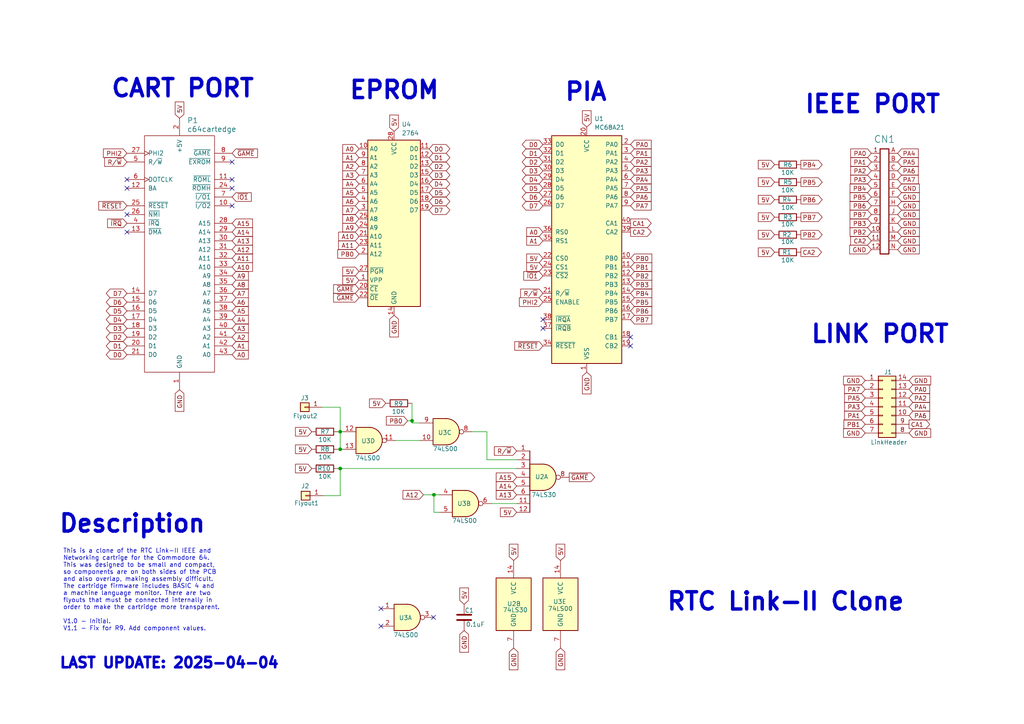
<source format=kicad_sch>
(kicad_sch (version 20250114) (generator "eeschema") (generator_version "9.0")
  (paper "A4")
  (title_block (title "RTC-Link II Clone") (date "2025-04-04") (rev "1.1") (company "Steve J. Gray"))
  (lib_symbols
    (symbol "74xx:74LS00" (pin_names (offset 1.016))
      (property "Reference" "U" (at 0 1.27 0))
      (property "Value" "74LS00" (at 0 -1.27 0))
      (symbol "74LS00_1_1"
        (arc (start 0 3.81) (mid 3.7934 0) (end 0 -3.81) (stroke (width 0.254)) (fill (type background)))
        (polyline (pts (xy 0 3.81) (xy -3.81 3.81) (xy -3.81 -3.81) (xy 0 -3.81)) (stroke (width 0.254)) (fill (type background)))
        (pin input line (at -7.62 2.54 0) (length 3.81) (name "~") (number "1"))
        (pin input line (at -7.62 -2.54 0) (length 3.81) (name "~") (number "2"))
        (pin output inverted (at 7.62 0 180) (length 3.81) (name "~") (number "3"))
      )
      (symbol "74LS00_1_2"
        (arc (start -3.81 3.81) (mid -2.589 0) (end -3.81 -3.81) (stroke (width 0.254)))
        (polyline (pts (xy -3.81 3.81) (xy -0.635 3.81)) (stroke (width 0.254)) (fill (type background)))
        (polyline (pts (xy -3.81 -3.81) (xy -0.635 -3.81)) (stroke (width 0.254)) (fill (type background)))
        (arc (start 3.81 0) (mid 2.1855 -2.584) (end -0.6096 -3.81) (stroke (width 0.254)) (fill (type background)))
        (arc (start -0.6096 3.81) (mid 2.1928 2.5924) (end 3.81 0) (stroke (width 0.254)) (fill (type background)))
        (polyline (pts (xy -0.635 3.81) (xy -3.81 3.81) (xy -3.81 3.81) (xy -3.556 3.4036) (xy -3.0226 2.2606) (xy -2.6924 1.0414) (xy -2.6162 -0.254) (xy -2.7686 -1.4986) (xy -3.175 -2.7178) (xy -3.81 -3.81) (xy -3.81 -3.81) (xy -0.635 -3.81)) (stroke (width -25.4)) (fill (type background)))
        (pin input inverted (at -7.62 2.54 0) (length 4.318) (name "~") (number "1"))
        (pin input inverted (at -7.62 -2.54 0) (length 4.318) (name "~") (number "2"))
        (pin output line (at 7.62 0 180) (length 3.81) (name "~") (number "3"))
      )
      (symbol "74LS00_2_1"
        (arc (start 0 3.81) (mid 3.7934 0) (end 0 -3.81) (stroke (width 0.254)) (fill (type background)))
        (polyline (pts (xy 0 3.81) (xy -3.81 3.81) (xy -3.81 -3.81) (xy 0 -3.81)) (stroke (width 0.254)) (fill (type background)))
        (pin input line (at -7.62 2.54 0) (length 3.81) (name "~") (number "4"))
        (pin input line (at -7.62 -2.54 0) (length 3.81) (name "~") (number "5"))
        (pin output inverted (at 7.62 0 180) (length 3.81) (name "~") (number "6"))
      )
      (symbol "74LS00_2_2"
        (arc (start -3.81 3.81) (mid -2.589 0) (end -3.81 -3.81) (stroke (width 0.254)))
        (polyline (pts (xy -3.81 3.81) (xy -0.635 3.81)) (stroke (width 0.254)) (fill (type background)))
        (polyline (pts (xy -3.81 -3.81) (xy -0.635 -3.81)) (stroke (width 0.254)) (fill (type background)))
        (arc (start 3.81 0) (mid 2.1855 -2.584) (end -0.6096 -3.81) (stroke (width 0.254)) (fill (type background)))
        (arc (start -0.6096 3.81) (mid 2.1928 2.5924) (end 3.81 0) (stroke (width 0.254)) (fill (type background)))
        (polyline (pts (xy -0.635 3.81) (xy -3.81 3.81) (xy -3.81 3.81) (xy -3.556 3.4036) (xy -3.0226 2.2606) (xy -2.6924 1.0414) (xy -2.6162 -0.254) (xy -2.7686 -1.4986) (xy -3.175 -2.7178) (xy -3.81 -3.81) (xy -3.81 -3.81) (xy -0.635 -3.81)) (stroke (width -25.4)) (fill (type background)))
        (pin input inverted (at -7.62 2.54 0) (length 4.318) (name "~") (number "4"))
        (pin input inverted (at -7.62 -2.54 0) (length 4.318) (name "~") (number "5"))
        (pin output line (at 7.62 0 180) (length 3.81) (name "~") (number "6"))
      )
      (symbol "74LS00_3_1"
        (arc (start 0 3.81) (mid 3.7934 0) (end 0 -3.81) (stroke (width 0.254)) (fill (type background)))
        (polyline (pts (xy 0 3.81) (xy -3.81 3.81) (xy -3.81 -3.81) (xy 0 -3.81)) (stroke (width 0.254)) (fill (type background)))
        (pin input line (at -7.62 2.54 0) (length 3.81) (name "~") (number "9"))
        (pin input line (at -7.62 -2.54 0) (length 3.81) (name "~") (number "10"))
        (pin output inverted (at 7.62 0 180) (length 3.81) (name "~") (number "8"))
      )
      (symbol "74LS00_3_2"
        (arc (start -3.81 3.81) (mid -2.589 0) (end -3.81 -3.81) (stroke (width 0.254)))
        (polyline (pts (xy -3.81 3.81) (xy -0.635 3.81)) (stroke (width 0.254)) (fill (type background)))
        (polyline (pts (xy -3.81 -3.81) (xy -0.635 -3.81)) (stroke (width 0.254)) (fill (type background)))
        (arc (start 3.81 0) (mid 2.1855 -2.584) (end -0.6096 -3.81) (stroke (width 0.254)) (fill (type background)))
        (arc (start -0.6096 3.81) (mid 2.1928 2.5924) (end 3.81 0) (stroke (width 0.254)) (fill (type background)))
        (polyline (pts (xy -0.635 3.81) (xy -3.81 3.81) (xy -3.81 3.81) (xy -3.556 3.4036) (xy -3.0226 2.2606) (xy -2.6924 1.0414) (xy -2.6162 -0.254) (xy -2.7686 -1.4986) (xy -3.175 -2.7178) (xy -3.81 -3.81) (xy -3.81 -3.81) (xy -0.635 -3.81)) (stroke (width -25.4)) (fill (type background)))
        (pin input inverted (at -7.62 2.54 0) (length 4.318) (name "~") (number "9"))
        (pin input inverted (at -7.62 -2.54 0) (length 4.318) (name "~") (number "10"))
        (pin output line (at 7.62 0 180) (length 3.81) (name "~") (number "8"))
      )
      (symbol "74LS00_4_1"
        (arc (start 0 3.81) (mid 3.7934 0) (end 0 -3.81) (stroke (width 0.254)) (fill (type background)))
        (polyline (pts (xy 0 3.81) (xy -3.81 3.81) (xy -3.81 -3.81) (xy 0 -3.81)) (stroke (width 0.254)) (fill (type background)))
        (pin input line (at -7.62 2.54 0) (length 3.81) (name "~") (number "12"))
        (pin input line (at -7.62 -2.54 0) (length 3.81) (name "~") (number "13"))
        (pin output inverted (at 7.62 0 180) (length 3.81) (name "~") (number "11"))
      )
      (symbol "74LS00_4_2"
        (arc (start -3.81 3.81) (mid -2.589 0) (end -3.81 -3.81) (stroke (width 0.254)))
        (polyline (pts (xy -3.81 3.81) (xy -0.635 3.81)) (stroke (width 0.254)) (fill (type background)))
        (polyline (pts (xy -3.81 -3.81) (xy -0.635 -3.81)) (stroke (width 0.254)) (fill (type background)))
        (arc (start 3.81 0) (mid 2.1855 -2.584) (end -0.6096 -3.81) (stroke (width 0.254)) (fill (type background)))
        (arc (start -0.6096 3.81) (mid 2.1928 2.5924) (end 3.81 0) (stroke (width 0.254)) (fill (type background)))
        (polyline (pts (xy -0.635 3.81) (xy -3.81 3.81) (xy -3.81 3.81) (xy -3.556 3.4036) (xy -3.0226 2.2606) (xy -2.6924 1.0414) (xy -2.6162 -0.254) (xy -2.7686 -1.4986) (xy -3.175 -2.7178) (xy -3.81 -3.81) (xy -3.81 -3.81) (xy -0.635 -3.81)) (stroke (width -25.4)) (fill (type background)))
        (pin input inverted (at -7.62 2.54 0) (length 4.318) (name "~") (number "12"))
        (pin input inverted (at -7.62 -2.54 0) (length 4.318) (name "~") (number "13"))
        (pin output line (at 7.62 0 180) (length 3.81) (name "~") (number "11"))
      )
      (symbol "74LS00_5_0"
        (pin power_in line (at 0 12.7 270) (length 5.08) (name "VCC") (number "14"))
        (pin power_in line (at 0 -12.7 90) (length 5.08) (name "GND") (number "7"))
      )
      (symbol "74LS00_5_1"
        (rectangle (start -5.08 7.62) (end 5.08 -7.62) (stroke (width 0.254)) (fill (type background)))
      )
    )
    (symbol "74xx:74LS30" (pin_names (offset 1.016))
      (property "Reference" "U" (at 0 1.27 0))
      (property "Value" "74LS30" (at 0 -1.27 0))
      (symbol "74LS30_1_1"
        (polyline (pts (xy -3.81 7.62) (xy -3.81 -10.16)) (stroke (width 0.254)))
        (arc (start 0 3.81) (mid 3.7934 0) (end 0 -3.81) (stroke (width 0.254)) (fill (type background)))
        (polyline (pts (xy 0 3.81) (xy -3.81 3.81) (xy -3.81 -3.81) (xy 0 -3.81)) (stroke (width 0.254)) (fill (type background)))
        (pin input line (at -7.62 7.62 0) (length 3.81) (name "~") (number "1"))
        (pin input line (at -7.62 5.08 0) (length 3.81) (name "~") (number "2"))
        (pin input line (at -7.62 2.54 0) (length 3.81) (name "~") (number "3"))
        (pin input line (at -7.62 0 0) (length 3.81) (name "~") (number "4"))
        (pin input line (at -7.62 -2.54 0) (length 3.81) (name "~") (number "5"))
        (pin input line (at -7.62 -5.08 0) (length 3.81) (name "~") (number "6"))
        (pin input line (at -7.62 -7.62 0) (length 3.81) (name "~") (number "11"))
        (pin input line (at -7.62 -10.16 0) (length 3.81) (name "~") (number "12"))
        (pin output inverted (at 7.62 0 180) (length 3.81) (name "~") (number "8"))
      )
      (symbol "74LS30_1_2"
        (arc (start -3.81 3.81) (mid -2.589 0) (end -3.81 -3.81) (stroke (width 0.254)))
        (polyline (pts (xy -3.81 7.62) (xy -3.81 3.81)) (stroke (width 0.254)))
        (polyline (pts (xy -3.81 3.81) (xy -0.635 3.81)) (stroke (width 0.254)) (fill (type background)))
        (polyline (pts (xy -3.81 -3.81) (xy -3.81 -10.16)) (stroke (width 0.254)))
        (polyline (pts (xy -3.81 -3.81) (xy -0.635 -3.81)) (stroke (width 0.254)) (fill (type background)))
        (arc (start 3.81 0) (mid 2.1855 -2.584) (end -0.6096 -3.81) (stroke (width 0.254)) (fill (type background)))
        (arc (start -0.6096 3.81) (mid 2.1928 2.5924) (end 3.81 0) (stroke (width 0.254)) (fill (type background)))
        (polyline (pts (xy -0.635 3.81) (xy -3.81 3.81) (xy -3.81 3.81) (xy -3.556 3.4036) (xy -3.0226 2.2606) (xy -2.6924 1.0414) (xy -2.6162 -0.254) (xy -2.7686 -1.4986) (xy -3.175 -2.7178) (xy -3.81 -3.81) (xy -3.81 -3.81) (xy -0.635 -3.81)) (stroke (width -25.4)) (fill (type background)))
        (pin input inverted (at -7.62 7.62 0) (length 3.81) (name "~") (number "1"))
        (pin input inverted (at -7.62 5.08 0) (length 3.81) (name "~") (number "2"))
        (pin input inverted (at -7.62 2.54 0) (length 4.5466) (name "~") (number "3"))
        (pin input inverted (at -7.62 0 0) (length 5.08) (name "~") (number "4"))
        (pin input inverted (at -7.62 -2.54 0) (length 4.5466) (name "~") (number "5"))
        (pin input inverted (at -7.62 -5.08 0) (length 3.81) (name "~") (number "6"))
        (pin input inverted (at -7.62 -7.62 0) (length 3.81) (name "~") (number "11"))
        (pin input inverted (at -7.62 -10.16 0) (length 3.81) (name "~") (number "12"))
        (pin output line (at 7.62 0 180) (length 3.81) (name "~") (number "8"))
      )
      (symbol "74LS30_2_0"
        (pin power_in line (at 0 12.7 270) (length 5.08) (name "VCC") (number "14"))
        (pin power_in line (at 0 -12.7 90) (length 5.08) (name "GND") (number "7"))
      )
      (symbol "74LS30_2_1"
        (rectangle (start -5.08 7.62) (end 5.08 -7.62) (stroke (width 0.254)) (fill (type background)))
      )
    )
    (symbol "Connector_Generic:Conn_01x01" (pin_names (offset 1.016) (hide yes))
      (property "Reference" "J" (at 0 2.54 0))
      (property "Value" "Conn_01x01" (at 0 -2.54 0))
      (symbol "Conn_01x01_1_1"
        (rectangle (start -1.27 1.27) (end 1.27 -1.27) (stroke (width 0.254)) (fill (type background)))
        (rectangle (start -1.27 0.127) (end 0 -0.127) (stroke (width 0.1524)))
        (pin passive line (at -5.08 0 0) (length 3.81) (name "Pin_1") (number "1"))
      )
    )
    (symbol "Connector_Generic:Conn_02x07_Counter_Clockwise" (pin_names (offset 1.016) (hide yes))
      (property "Reference" "J" (at 1.27 10.16 0))
      (property "Value" "Conn_02x07_Counter_Clockwise" (at 1.27 -10.16 0))
      (symbol "Conn_02x07_Counter_Clockwise_1_1"
        (rectangle (start -1.27 8.89) (end 3.81 -8.89) (stroke (width 0.254)) (fill (type background)))
        (rectangle (start -1.27 7.747) (end 0 7.493) (stroke (width 0.1524)))
        (rectangle (start -1.27 5.207) (end 0 4.953) (stroke (width 0.1524)))
        (rectangle (start -1.27 2.667) (end 0 2.413) (stroke (width 0.1524)))
        (rectangle (start -1.27 0.127) (end 0 -0.127) (stroke (width 0.1524)))
        (rectangle (start -1.27 -2.413) (end 0 -2.667) (stroke (width 0.1524)))
        (rectangle (start -1.27 -4.953) (end 0 -5.207) (stroke (width 0.1524)))
        (rectangle (start -1.27 -7.493) (end 0 -7.747) (stroke (width 0.1524)))
        (rectangle (start 3.81 7.747) (end 2.54 7.493) (stroke (width 0.1524)))
        (rectangle (start 3.81 5.207) (end 2.54 4.953) (stroke (width 0.1524)))
        (rectangle (start 3.81 2.667) (end 2.54 2.413) (stroke (width 0.1524)))
        (rectangle (start 3.81 0.127) (end 2.54 -0.127) (stroke (width 0.1524)))
        (rectangle (start 3.81 -2.413) (end 2.54 -2.667) (stroke (width 0.1524)))
        (rectangle (start 3.81 -4.953) (end 2.54 -5.207) (stroke (width 0.1524)))
        (rectangle (start 3.81 -7.493) (end 2.54 -7.747) (stroke (width 0.1524)))
        (pin passive line (at -5.08 7.62 0) (length 3.81) (name "Pin_1") (number "1"))
        (pin passive line (at -5.08 5.08 0) (length 3.81) (name "Pin_2") (number "2"))
        (pin passive line (at -5.08 2.54 0) (length 3.81) (name "Pin_3") (number "3"))
        (pin passive line (at -5.08 0 0) (length 3.81) (name "Pin_4") (number "4"))
        (pin passive line (at -5.08 -2.54 0) (length 3.81) (name "Pin_5") (number "5"))
        (pin passive line (at -5.08 -5.08 0) (length 3.81) (name "Pin_6") (number "6"))
        (pin passive line (at -5.08 -7.62 0) (length 3.81) (name "Pin_7") (number "7"))
        (pin passive line (at 7.62 7.62 180) (length 3.81) (name "Pin_14") (number "14"))
        (pin passive line (at 7.62 5.08 180) (length 3.81) (name "Pin_13") (number "13"))
        (pin passive line (at 7.62 2.54 180) (length 3.81) (name "Pin_12") (number "12"))
        (pin passive line (at 7.62 0 180) (length 3.81) (name "Pin_11") (number "11"))
        (pin passive line (at 7.62 -2.54 180) (length 3.81) (name "Pin_10") (number "10"))
        (pin passive line (at 7.62 -5.08 180) (length 3.81) (name "Pin_9") (number "9"))
        (pin passive line (at 7.62 -7.62 180) (length 3.81) (name "Pin_8") (number "8"))
      )
    )
    (symbol "Device:C" (pin_numbers (hide yes)) (pin_names (offset 0.254))
      (property "Reference" "C" (at 0.635 2.54 0))
      (property "Value" "C" (at 0.635 -2.54 0))
      (symbol "C_0_1"
        (polyline (pts (xy -2.032 0.762) (xy 2.032 0.762)) (stroke (width 0.508)))
        (polyline (pts (xy -2.032 -0.762) (xy 2.032 -0.762)) (stroke (width 0.508)))
      )
      (symbol "C_1_1"
        (pin passive line (at 0 3.81 270) (length 2.794) (name "~") (number "1"))
        (pin passive line (at 0 -3.81 90) (length 2.794) (name "~") (number "2"))
      )
    )
    (symbol "Device:R" (pin_numbers (hide yes)) (pin_names (offset 0))
      (property "Reference" "R" (at 2.032 0 90))
      (property "Value" "R" (at 0 0 90))
      (symbol "R_0_1"
        (rectangle (start -1.016 -2.54) (end 1.016 2.54) (stroke (width 0.254)))
      )
      (symbol "R_1_1"
        (pin passive line (at 0 3.81 270) (length 1.27) (name "~") (number "1"))
        (pin passive line (at 0 -3.81 90) (length 1.27) (name "~") (number "2"))
      )
    )
    (symbol "Interface:MC68A21" (pin_names (offset 1.016))
      (property "Reference" "U" (at -7.62 34.29 0))
      (property "Value" "MC68A21" (at 10.16 34.29 0))
      (symbol "MC68A21_0_1"
        (rectangle (start -10.16 -33.02) (end 10.16 33.02) (stroke (width 0.254)) (fill (type background)))
      )
      (symbol "MC68A21_1_1"
        (pin bidirectional line (at -12.7 30.48 0) (length 2.54) (name "D0") (number "33"))
        (pin bidirectional line (at -12.7 27.94 0) (length 2.54) (name "D1") (number "32"))
        (pin bidirectional line (at -12.7 25.4 0) (length 2.54) (name "D2") (number "31"))
        (pin bidirectional line (at -12.7 22.86 0) (length 2.54) (name "D3") (number "30"))
        (pin bidirectional line (at -12.7 20.32 0) (length 2.54) (name "D4") (number "29"))
        (pin bidirectional line (at -12.7 17.78 0) (length 2.54) (name "D5") (number "28"))
        (pin bidirectional line (at -12.7 15.24 0) (length 2.54) (name "D6") (number "27"))
        (pin bidirectional line (at -12.7 12.7 0) (length 2.54) (name "D7") (number "26"))
        (pin input line (at -12.7 5.08 0) (length 2.54) (name "RS0") (number "36"))
        (pin input line (at -12.7 2.54 0) (length 2.54) (name "RS1") (number "35"))
        (pin input line (at -12.7 -2.54 0) (length 2.54) (name "CS0") (number "22"))
        (pin input line (at -12.7 -5.08 0) (length 2.54) (name "CS1") (number "24"))
        (pin input line (at -12.7 -7.62 0) (length 2.54) (name "~{CS2}") (number "23"))
        (pin input line (at -12.7 -12.7 0) (length 2.54) (name "R/~{W}") (number "21"))
        (pin input line (at -12.7 -15.24 0) (length 2.54) (name "ENABLE") (number "25"))
        (pin open_collector line (at -12.7 -20.32 0) (length 2.54) (name "~{IRQA}") (number "38"))
        (pin open_collector line (at -12.7 -22.86 0) (length 2.54) (name "~{IRQB}") (number "37"))
        (pin input line (at -12.7 -27.94 0) (length 2.54) (name "~{RESET}") (number "34"))
        (pin power_in line (at 0 35.56 270) (length 2.54) (name "VCC") (number "20"))
        (pin power_in line (at 0 -35.56 90) (length 2.54) (name "VSS") (number "1"))
        (pin bidirectional line (at 12.7 30.48 180) (length 2.54) (name "PA0") (number "2"))
        (pin bidirectional line (at 12.7 27.94 180) (length 2.54) (name "PA1") (number "3"))
        (pin bidirectional line (at 12.7 25.4 180) (length 2.54) (name "PA2") (number "4"))
        (pin bidirectional line (at 12.7 22.86 180) (length 2.54) (name "PA3") (number "5"))
        (pin bidirectional line (at 12.7 20.32 180) (length 2.54) (name "PA4") (number "6"))
        (pin bidirectional line (at 12.7 17.78 180) (length 2.54) (name "PA5") (number "7"))
        (pin bidirectional line (at 12.7 15.24 180) (length 2.54) (name "PA6") (number "8"))
        (pin bidirectional line (at 12.7 12.7 180) (length 2.54) (name "PA7") (number "9"))
        (pin input line (at 12.7 7.62 180) (length 2.54) (name "CA1") (number "40"))
        (pin bidirectional line (at 12.7 5.08 180) (length 2.54) (name "CA2") (number "39"))
        (pin bidirectional line (at 12.7 -2.54 180) (length 2.54) (name "PB0") (number "10"))
        (pin bidirectional line (at 12.7 -5.08 180) (length 2.54) (name "PB1") (number "11"))
        (pin bidirectional line (at 12.7 -7.62 180) (length 2.54) (name "PB2") (number "12"))
        (pin bidirectional line (at 12.7 -10.16 180) (length 2.54) (name "PB3") (number "13"))
        (pin bidirectional line (at 12.7 -12.7 180) (length 2.54) (name "PB4") (number "14"))
        (pin bidirectional line (at 12.7 -15.24 180) (length 2.54) (name "PB5") (number "15"))
        (pin bidirectional line (at 12.7 -17.78 180) (length 2.54) (name "PB6") (number "16"))
        (pin bidirectional line (at 12.7 -20.32 180) (length 2.54) (name "PB7") (number "17"))
        (pin input line (at 12.7 -25.4 180) (length 2.54) (name "CB1") (number "18"))
        (pin bidirectional line (at 12.7 -27.94 180) (length 2.54) (name "CB2") (number "19"))
      )
    )
    (symbol "Memory_EPROM:2764"
      (property "Reference" "U" (at -7.62 24.13 0))
      (property "Value" "2764" (at 2.54 -26.67 0))
      (symbol "2764_1_1"
        (rectangle (start -7.62 22.86) (end 7.62 -25.4) (stroke (width 0.254)) (fill (type background)))
        (pin input line (at -10.16 20.32 0) (length 2.54) (name "A0") (number "10"))
        (pin input line (at -10.16 17.78 0) (length 2.54) (name "A1") (number "9"))
        (pin input line (at -10.16 15.24 0) (length 2.54) (name "A2") (number "8"))
        (pin input line (at -10.16 12.7 0) (length 2.54) (name "A3") (number "7"))
        (pin input line (at -10.16 10.16 0) (length 2.54) (name "A4") (number "6"))
        (pin input line (at -10.16 7.62 0) (length 2.54) (name "A5") (number "5"))
        (pin input line (at -10.16 5.08 0) (length 2.54) (name "A6") (number "4"))
        (pin input line (at -10.16 2.54 0) (length 2.54) (name "A7") (number "3"))
        (pin input line (at -10.16 0 0) (length 2.54) (name "A8") (number "25"))
        (pin input line (at -10.16 -2.54 0) (length 2.54) (name "A9") (number "24"))
        (pin input line (at -10.16 -5.08 0) (length 2.54) (name "A10") (number "21"))
        (pin input line (at -10.16 -7.62 0) (length 2.54) (name "A11") (number "23"))
        (pin input line (at -10.16 -10.16 0) (length 2.54) (name "A12") (number "2"))
        (pin input line (at -10.16 -15.24 0) (length 2.54) (name "~{PGM}") (number "27"))
        (pin input line (at -10.16 -17.78 0) (length 2.54) (name "VPP") (number "1"))
        (pin input line (at -10.16 -20.32 0) (length 2.54) (name "~{CE}") (number "20"))
        (pin input line (at -10.16 -22.86 0) (length 2.54) (name "~{OE}") (number "22"))
        (pin power_in line (at 0 25.4 270) (length 2.54) (name "VCC") (number "28"))
        (pin power_in line (at 0 -27.94 90) (length 2.54) (name "GND") (number "14"))
        (pin no_connect line (at 7.62 0 180) (length 2.54) (hide yes) (name "NC") (number "26"))
        (pin tri_state line (at 10.16 20.32 180) (length 2.54) (name "D0") (number "11"))
        (pin tri_state line (at 10.16 17.78 180) (length 2.54) (name "D1") (number "12"))
        (pin tri_state line (at 10.16 15.24 180) (length 2.54) (name "D2") (number "13"))
        (pin tri_state line (at 10.16 12.7 180) (length 2.54) (name "D3") (number "15"))
        (pin tri_state line (at 10.16 10.16 180) (length 2.54) (name "D4") (number "16"))
        (pin tri_state line (at 10.16 7.62 180) (length 2.54) (name "D5") (number "17"))
        (pin tri_state line (at 10.16 5.08 180) (length 2.54) (name "D6") (number "18"))
        (pin tri_state line (at 10.16 2.54 180) (length 2.54) (name "D7") (number "19"))
      )
    )
    (symbol "c64cartedge:c64cartedge" (pin_names (offset 1.016))
      (property "Reference" "P" (at -7.62 34.29 0))
      (property "Value" "c64cartedge" (at 0 0 90))
      (symbol "c64cartedge_0_1"
        (rectangle (start -10.16 31.75) (end 10.16 -36.83))
      )
      (symbol "c64cartedge_1_1"
        (pin output clock (at -15.24 26.67 0) (length 5.08) (name "PHI2") (number "27"))
        (pin output line (at -15.24 24.13 0) (length 5.08) (name "R/~{W}") (number "5"))
        (pin output clock (at -15.24 19.05 0) (length 5.08) (name "DOTCLK") (number "6"))
        (pin output line (at -15.24 16.51 0) (length 5.08) (name "BA") (number "12"))
        (pin input line (at -15.24 11.43 0) (length 5.08) (name "~{RESET}") (number "25"))
        (pin input line (at -15.24 8.89 0) (length 5.08) (name "~{NMI}") (number "26"))
        (pin input line (at -15.24 6.35 0) (length 5.08) (name "~{IRQ}") (number "4"))
        (pin input line (at -15.24 3.81 0) (length 5.08) (name "~{DMA}") (number "13"))
        (pin output line (at -15.24 -13.97 0) (length 5.08) (name "D7") (number "14"))
        (pin output line (at -15.24 -16.51 0) (length 5.08) (name "D6") (number "15"))
        (pin output line (at -15.24 -19.05 0) (length 5.08) (name "D5") (number "16"))
        (pin output line (at -15.24 -21.59 0) (length 5.08) (name "D4") (number "17"))
        (pin output line (at -15.24 -24.13 0) (length 5.08) (name "D3") (number "18"))
        (pin output line (at -15.24 -26.67 0) (length 5.08) (name "D2") (number "19"))
        (pin output line (at -15.24 -29.21 0) (length 5.08) (name "D1") (number "20"))
        (pin output line (at -15.24 -31.75 0) (length 5.08) (name "D0") (number "21"))
        (pin power_in line (at 0 36.83 270) (length 5.08) (name "+5V") (number "2"))
        (pin power_in line (at 0 36.83 270) (length 5.08) (hide yes) (name "+5V") (number "3"))
        (pin power_in line (at 0 -41.91 90) (length 5.08) (name "GND") (number "1"))
        (pin power_in line (at 0 -41.91 90) (length 5.08) (hide yes) (name "GND") (number "22"))
        (pin power_in line (at 0 -41.91 90) (length 5.08) (hide yes) (name "GND") (number "23"))
        (pin power_in line (at 0 -41.91 90) (length 5.08) (hide yes) (name "GND") (number "44"))
        (pin input line (at 15.24 26.67 180) (length 5.08) (name "~{GAME}") (number "8"))
        (pin input line (at 15.24 24.13 180) (length 5.08) (name "~{EXROM}") (number "9"))
        (pin output line (at 15.24 19.05 180) (length 5.08) (name "~{ROML}") (number "11"))
        (pin output line (at 15.24 16.51 180) (length 5.08) (name "~{ROMH}") (number "24"))
        (pin output line (at 15.24 13.97 180) (length 5.08) (name "~{I/O1}") (number "7"))
        (pin output line (at 15.24 11.43 180) (length 5.08) (name "~{I/O2}") (number "10"))
        (pin output line (at 15.24 6.35 180) (length 5.08) (name "A15") (number "28"))
        (pin output line (at 15.24 3.81 180) (length 5.08) (name "A14") (number "29"))
        (pin output line (at 15.24 1.27 180) (length 5.08) (name "A13") (number "30"))
        (pin output line (at 15.24 -1.27 180) (length 5.08) (name "A12") (number "31"))
        (pin output line (at 15.24 -3.81 180) (length 5.08) (name "A11") (number "32"))
        (pin output line (at 15.24 -6.35 180) (length 5.08) (name "A10") (number "33"))
        (pin output line (at 15.24 -8.89 180) (length 5.08) (name "A9") (number "34"))
        (pin output line (at 15.24 -11.43 180) (length 5.08) (name "A8") (number "35"))
        (pin output line (at 15.24 -13.97 180) (length 5.08) (name "A7") (number "36"))
        (pin output line (at 15.24 -16.51 180) (length 5.08) (name "A6") (number "37"))
        (pin output line (at 15.24 -19.05 180) (length 5.08) (name "A5") (number "38"))
        (pin output line (at 15.24 -21.59 180) (length 5.08) (name "A4") (number "39"))
        (pin output line (at 15.24 -24.13 180) (length 5.08) (name "A3") (number "40"))
        (pin output line (at 15.24 -26.67 180) (length 5.08) (name "A2") (number "41"))
        (pin output line (at 15.24 -29.21 180) (length 5.08) (name "A1") (number "42"))
        (pin output line (at 15.24 -31.75 180) (length 5.08) (name "A0") (number "43"))
      )
    )
    (symbol "cbm:EDGE_CON_02x12" (pin_names (offset 1.016))
      (property "Reference" "CN" (at 0 17.78 0))
      (symbol "EDGE_CON_02x12_0_1"
        (rectangle (start -1.27 15.24) (end 1.27 -15.24) (stroke (width 0.3048)))
      )
      (symbol "EDGE_CON_02x12_1_1"
        (pin input line (at -3.81 13.97 0) (length 2.54) (name "~") (number "1"))
        (pin input line (at -3.81 11.43 0) (length 2.54) (name "~") (number "2"))
        (pin input line (at -3.81 8.89 0) (length 2.54) (name "~") (number "3"))
        (pin input line (at -3.81 6.35 0) (length 2.54) (name "~") (number "4"))
        (pin input line (at -3.81 3.81 0) (length 2.54) (name "~") (number "5"))
        (pin input line (at -3.81 1.27 0) (length 2.54) (name "~") (number "6"))
        (pin input line (at -3.81 -1.27 0) (length 2.54) (name "~") (number "7"))
        (pin input line (at -3.81 -3.81 0) (length 2.54) (name "~") (number "8"))
        (pin input line (at -3.81 -6.35 0) (length 2.54) (name "~") (number "9"))
        (pin input line (at -3.81 -8.89 0) (length 2.54) (name "~") (number "10"))
        (pin input line (at -3.81 -11.43 0) (length 2.54) (name "~") (number "11"))
        (pin input line (at -3.81 -13.97 0) (length 2.54) (name "~") (number "12"))
        (pin input line (at 3.81 13.97 180) (length 2.54) (name "~") (number "A"))
        (pin input line (at 3.81 11.43 180) (length 2.54) (name "~") (number "B"))
        (pin input line (at 3.81 8.89 180) (length 2.54) (name "~") (number "C"))
        (pin input line (at 3.81 6.35 180) (length 2.54) (name "~") (number "D"))
        (pin input line (at 3.81 3.81 180) (length 2.54) (name "~") (number "E"))
        (pin input line (at 3.81 1.27 180) (length 2.54) (name "~") (number "F"))
        (pin input line (at 3.81 -1.27 180) (length 2.54) (name "~") (number "H"))
        (pin input line (at 3.81 -3.81 180) (length 2.54) (name "~") (number "J"))
        (pin input line (at 3.81 -6.35 180) (length 2.54) (name "~") (number "K"))
        (pin input line (at 3.81 -8.89 180) (length 2.54) (name "~") (number "L"))
        (pin input line (at 3.81 -11.43 180) (length 2.54) (name "~") (number "M"))
        (pin input line (at 3.81 -13.97 180) (length 2.54) (name "~") (number "N"))
      )
    )
  )
  (text "IEEE PORT" (at 233.045 33.274 0) (effects (font (size 5 5) (thickness 1) (bold yes)) (justify left bottom)))
  (text "Description" (at 16.764 154.94 0) (effects (font (size 5 5) (thickness 1) (bold yes)) (justify left bottom)))
  (text "EPROM" (at 100.965 29.21 0) (effects (font (size 5 5) (thickness 1) (bold yes)) (justify left bottom)))
  (text "LAST UPDATE: 2025-04-04" (at 17.018 194.183 0) (effects (font (size 3 3) (thickness 0.8) (bold yes)) (justify left bottom)))
  (text "PIA" (at 163.449 29.718 0) (effects (font (size 5 5) (thickness 1) (bold yes)) (justify left bottom)))
  (text "This is a clone of the RTC Link-II IEEE and\nNetworking cartrige for the Commodore 64.\nThis was designed to be small and compact,\nso components are on both sides of the PCB\nand also overlap, making assembly difficult.\nThe cartridge firmware includes BASIC 4 and\na machine language monitor. There are two\nflyouts that must be connected internally in\norder to make the cartridge more transparent.\n\nV1.0 - Initial.\nV1.1 - Fix for R9. Add component values.\n" (at 18.288 183.134 0) (effects (font (size 1.27 1.27)) (justify left bottom)))
  (text "CART PORT" (at 31.877 28.702 0) (effects (font (size 5 5) (thickness 1) (bold yes)) (justify left bottom)))
  (text "RTC Link-II Clone" (at 193.04 177.546 0) (effects (font (size 5 5) (thickness 1) (bold yes)) (justify left bottom)))
  (text "LINK PORT" (at 234.823 99.949 0) (effects (font (size 5 5) (thickness 1) (bold yes)) (justify left bottom)))
  (junction (at 98.679 130.302))
  (junction (at 125.857 143.51))
  (junction (at 119.507 122.047))
  (junction (at 98.679 135.89))
  (junction (at 98.679 125.222))
  (no_connect (at 67.31 54.61))
  (no_connect (at 182.88 100.33))
  (no_connect (at 36.83 54.61))
  (no_connect (at 157.48 95.25))
  (no_connect (at 110.49 181.61))
  (no_connect (at 110.49 176.53))
  (no_connect (at 67.31 46.99))
  (no_connect (at 36.83 52.07))
  (no_connect (at 182.88 97.79))
  (no_connect (at 157.48 92.71))
  (no_connect (at 36.83 67.31))
  (no_connect (at 67.31 59.69))
  (no_connect (at 36.83 62.23))
  (no_connect (at 67.31 52.07))
  (no_connect (at 125.73 179.07))
  (wire (pts (xy 98.679 125.222) (xy 99.441 125.222)))
  (wire (pts (xy 122.809 143.51) (xy 125.857 143.51)))
  (wire (pts (xy 119.507 122.047) (xy 119.507 122.682)))
  (wire (pts (xy 98.044 125.222) (xy 98.679 125.222)))
  (wire (pts (xy 118.237 122.047) (xy 119.507 122.047)))
  (wire (pts (xy 142.621 146.05) (xy 149.86 146.05)))
  (wire (pts (xy 93.472 118.11) (xy 98.679 118.11)))
  (wire (pts (xy 125.857 148.59) (xy 125.857 143.51)))
  (wire (pts (xy 119.507 122.682) (xy 121.793 122.682)))
  (wire (pts (xy 141.224 133.35) (xy 141.224 125.222)))
  (wire (pts (xy 141.224 125.222) (xy 137.033 125.222)))
  (wire (pts (xy 98.679 135.89) (xy 149.86 135.89)))
  (wire (pts (xy 125.857 143.51) (xy 127.381 143.51)))
  (wire (pts (xy 119.507 116.967) (xy 119.507 122.047)))
  (wire (pts (xy 98.679 143.764) (xy 98.679 135.89)))
  (wire (pts (xy 127.381 148.59) (xy 125.857 148.59)))
  (wire (pts (xy 98.044 130.302) (xy 98.679 130.302)))
  (wire (pts (xy 93.726 143.764) (xy 98.679 143.764)))
  (wire (pts (xy 114.681 127.762) (xy 121.793 127.762)))
  (wire (pts (xy 98.044 135.89) (xy 98.679 135.89)))
  (wire (pts (xy 98.679 125.222) (xy 98.679 130.302)))
  (wire (pts (xy 98.679 118.11) (xy 98.679 125.222)))
  (wire (pts (xy 149.86 133.35) (xy 141.224 133.35)))
  (wire (pts (xy 98.679 130.302) (xy 99.441 130.302)))
  (global_label "PA0" (shape input) (at 182.88 41.91 0) (property "Intersheetrefs" "${INTERSHEET_REFS}" (effects (hide yes))))
  (global_label "PB7" (shape input) (at 182.88 92.71 0) (property "Intersheetrefs" "${INTERSHEET_REFS}" (effects (hide yes))))
  (global_label "PA0" (shape input) (at 252.73 44.45 180) (property "Intersheetrefs" "${INTERSHEET_REFS}" (effects (hide yes))))
  (global_label "A3" (shape input) (at 104.14 50.8 180) (property "Intersheetrefs" "${INTERSHEET_REFS}" (effects (hide yes))))
  (global_label "PA0" (shape input) (at 263.652 112.903 0) (property "Intersheetrefs" "${INTERSHEET_REFS}" (effects (hide yes))))
  (global_label "GND" (shape input) (at 148.971 187.96 270) (property "Intersheetrefs" "${INTERSHEET_REFS}" (effects (hide yes))))
  (global_label "D7" (shape bidirectional) (at 124.46 60.96 0) (property "Intersheetrefs" "${INTERSHEET_REFS}" (effects (hide yes))))
  (global_label "A15" (shape input) (at 149.86 138.43 180) (property "Intersheetrefs" "${INTERSHEET_REFS}" (effects (hide yes))))
  (global_label "GND" (shape input) (at 134.62 182.88 270) (property "Intersheetrefs" "${INTERSHEET_REFS}" (effects (hide yes))))
  (global_label "PA7" (shape input) (at 250.952 112.903 180) (property "Intersheetrefs" "${INTERSHEET_REFS}" (effects (hide yes))))
  (global_label "PHI2" (shape input) (at 36.83 44.45 180) (property "Intersheetrefs" "${INTERSHEET_REFS}" (effects (hide yes))))
  (global_label "PB7" (shape input) (at 252.73 62.23 180) (property "Intersheetrefs" "${INTERSHEET_REFS}" (effects (hide yes))))
  (global_label "PA5" (shape input) (at 182.88 54.61 0) (property "Intersheetrefs" "${INTERSHEET_REFS}" (effects (hide yes))))
  (global_label "A1" (shape input) (at 157.48 69.85 180) (property "Intersheetrefs" "${INTERSHEET_REFS}" (effects (hide yes))))
  (global_label "PA1" (shape input) (at 252.73 46.99 180) (property "Intersheetrefs" "${INTERSHEET_REFS}" (effects (hide yes))))
  (global_label "PA6" (shape input) (at 182.88 57.15 0) (property "Intersheetrefs" "${INTERSHEET_REFS}" (effects (hide yes))))
  (global_label "D6" (shape bidirectional) (at 124.46 58.42 0) (property "Intersheetrefs" "${INTERSHEET_REFS}" (effects (hide yes))))
  (global_label "GND" (shape input) (at 162.56 187.96 270) (property "Intersheetrefs" "${INTERSHEET_REFS}" (effects (hide yes))))
  (global_label "GND" (shape input) (at 260.35 59.69 0) (property "Intersheetrefs" "${INTERSHEET_REFS}" (effects (hide yes))))
  (global_label "D1" (shape bidirectional) (at 157.48 44.45 180) (property "Intersheetrefs" "${INTERSHEET_REFS}" (effects (hide yes))))
  (global_label "PB4" (shape input) (at 252.73 54.61 180) (property "Intersheetrefs" "${INTERSHEET_REFS}" (effects (hide yes))))
  (global_label "GND" (shape input) (at 250.952 110.363 180) (property "Intersheetrefs" "${INTERSHEET_REFS}" (effects (hide yes))))
  (global_label "PB4" (shape output) (at 232.283 47.752 0) (property "Intersheetrefs" "${INTERSHEET_REFS}" (effects (hide yes))))
  (global_label "D0" (shape bidirectional) (at 157.48 41.91 180) (property "Intersheetrefs" "${INTERSHEET_REFS}" (effects (hide yes))))
  (global_label "GND" (shape input) (at 250.952 125.603 180) (property "Intersheetrefs" "${INTERSHEET_REFS}" (effects (hide yes))))
  (global_label "PA2" (shape input) (at 263.652 115.443 0) (property "Intersheetrefs" "${INTERSHEET_REFS}" (effects (hide yes))))
  (global_label "PA4" (shape input) (at 263.652 117.983 0) (property "Intersheetrefs" "${INTERSHEET_REFS}" (effects (hide yes))))
  (global_label "~{GAME}" (shape output) (at 165.1 138.43 0) (property "Intersheetrefs" "${INTERSHEET_REFS}" (effects (hide yes))))
  (global_label "PB0" (shape input) (at 182.88 74.93 0) (property "Intersheetrefs" "${INTERSHEET_REFS}" (effects (hide yes))))
  (global_label "D4" (shape bidirectional) (at 124.46 53.34 0) (property "Intersheetrefs" "${INTERSHEET_REFS}" (effects (hide yes))))
  (global_label "A15" (shape input) (at 67.31 64.77 0) (property "Intersheetrefs" "${INTERSHEET_REFS}" (effects (hide yes))))
  (global_label "GND" (shape input) (at 263.652 125.603 0) (property "Intersheetrefs" "${INTERSHEET_REFS}" (effects (hide yes))))
  (global_label "5V" (shape input) (at 90.424 135.89 180) (property "Intersheetrefs" "${INTERSHEET_REFS}" (effects (hide yes))))
  (global_label "D0" (shape bidirectional) (at 124.46 43.18 0) (property "Intersheetrefs" "${INTERSHEET_REFS}" (effects (hide yes))))
  (global_label "PA3" (shape input) (at 250.952 117.983 180) (property "Intersheetrefs" "${INTERSHEET_REFS}" (effects (hide yes))))
  (global_label "D3" (shape bidirectional) (at 36.83 95.25 180) (property "Intersheetrefs" "${INTERSHEET_REFS}" (effects (hide yes))))
  (global_label "5V" (shape input) (at 148.971 162.56 90) (property "Intersheetrefs" "${INTERSHEET_REFS}" (effects (hide yes))))
  (global_label "A7" (shape input) (at 104.14 60.96 180) (property "Intersheetrefs" "${INTERSHEET_REFS}" (effects (hide yes))))
  (global_label "~{RESET}" (shape input) (at 36.83 59.69 180) (property "Intersheetrefs" "${INTERSHEET_REFS}" (effects (hide yes))))
  (global_label "D5" (shape bidirectional) (at 157.48 54.61 180) (property "Intersheetrefs" "${INTERSHEET_REFS}" (effects (hide yes))))
  (global_label "A2" (shape input) (at 67.31 97.79 0) (property "Intersheetrefs" "${INTERSHEET_REFS}" (effects (hide yes))))
  (global_label "5V" (shape input) (at 224.663 68.072 180) (property "Intersheetrefs" "${INTERSHEET_REFS}" (effects (hide yes))))
  (global_label "5V" (shape input) (at 52.07 34.29 90) (property "Intersheetrefs" "${INTERSHEET_REFS}" (effects (hide yes))))
  (global_label "A2" (shape input) (at 104.14 48.26 180) (property "Intersheetrefs" "${INTERSHEET_REFS}" (effects (hide yes))))
  (global_label "D5" (shape bidirectional) (at 36.83 90.17 180) (property "Intersheetrefs" "${INTERSHEET_REFS}" (effects (hide yes))))
  (global_label "~{RESET}" (shape input) (at 157.48 100.33 180) (property "Intersheetrefs" "${INTERSHEET_REFS}" (effects (hide yes))))
  (global_label "PA7" (shape input) (at 260.35 52.07 0) (property "Intersheetrefs" "${INTERSHEET_REFS}" (effects (hide yes))))
  (global_label "A4" (shape input) (at 104.14 53.34 180) (property "Intersheetrefs" "${INTERSHEET_REFS}" (effects (hide yes))))
  (global_label "~{IO1}" (shape input) (at 157.48 80.01 180) (property "Intersheetrefs" "${INTERSHEET_REFS}" (effects (hide yes))))
  (global_label "PA2" (shape input) (at 182.88 46.99 0) (property "Intersheetrefs" "${INTERSHEET_REFS}" (effects (hide yes))))
  (global_label "5V" (shape input) (at 149.86 148.59 180) (property "Intersheetrefs" "${INTERSHEET_REFS}" (effects (hide yes))))
  (global_label "GND" (shape input) (at 263.652 110.363 0) (property "Intersheetrefs" "${INTERSHEET_REFS}" (effects (hide yes))))
  (global_label "A14" (shape input) (at 149.86 140.97 180) (property "Intersheetrefs" "${INTERSHEET_REFS}" (effects (hide yes))))
  (global_label "CA1" (shape output) (at 182.88 64.77 0) (property "Intersheetrefs" "${INTERSHEET_REFS}" (effects (hide yes))))
  (global_label "A13" (shape input) (at 149.86 143.51 180) (property "Intersheetrefs" "${INTERSHEET_REFS}" (effects (hide yes))))
  (global_label "D1" (shape bidirectional) (at 36.83 100.33 180) (property "Intersheetrefs" "${INTERSHEET_REFS}" (effects (hide yes))))
  (global_label "PB6" (shape output) (at 232.283 57.912 0) (property "Intersheetrefs" "${INTERSHEET_REFS}" (effects (hide yes))))
  (global_label "GND" (shape input) (at 260.35 72.39 0) (property "Intersheetrefs" "${INTERSHEET_REFS}" (effects (hide yes))))
  (global_label "5V" (shape input) (at 111.887 116.967 180) (property "Intersheetrefs" "${INTERSHEET_REFS}" (effects (hide yes))))
  (global_label "A12" (shape input) (at 67.31 72.39 0) (property "Intersheetrefs" "${INTERSHEET_REFS}" (effects (hide yes))))
  (global_label "5V" (shape input) (at 157.48 74.93 180) (property "Intersheetrefs" "${INTERSHEET_REFS}" (effects (hide yes))))
  (global_label "5V" (shape input) (at 224.663 73.152 180) (property "Intersheetrefs" "${INTERSHEET_REFS}" (effects (hide yes))))
  (global_label "GND" (shape input) (at 260.35 69.85 0) (property "Intersheetrefs" "${INTERSHEET_REFS}" (effects (hide yes))))
  (global_label "A0" (shape input) (at 157.48 67.31 180) (property "Intersheetrefs" "${INTERSHEET_REFS}" (effects (hide yes))))
  (global_label "PB2" (shape input) (at 182.88 80.01 0) (property "Intersheetrefs" "${INTERSHEET_REFS}" (effects (hide yes))))
  (global_label "5V" (shape input) (at 170.18 36.83 90) (property "Intersheetrefs" "${INTERSHEET_REFS}" (effects (hide yes))))
  (global_label "CA1" (shape output) (at 263.652 123.063 0) (property "Intersheetrefs" "${INTERSHEET_REFS}" (effects (hide yes))))
  (global_label "CA2" (shape input) (at 252.73 69.85 180) (property "Intersheetrefs" "${INTERSHEET_REFS}" (effects (hide yes))))
  (global_label "PB1" (shape input) (at 182.88 77.47 0) (property "Intersheetrefs" "${INTERSHEET_REFS}" (effects (hide yes))))
  (global_label "PB3" (shape input) (at 182.88 82.55 0) (property "Intersheetrefs" "${INTERSHEET_REFS}" (effects (hide yes))))
  (global_label "CA2" (shape output) (at 182.88 67.31 0) (property "Intersheetrefs" "${INTERSHEET_REFS}" (effects (hide yes))))
  (global_label "PHI2" (shape input) (at 157.48 87.63 180) (property "Intersheetrefs" "${INTERSHEET_REFS}" (effects (hide yes))))
  (global_label "~{IO1}" (shape input) (at 67.31 57.15 0) (property "Intersheetrefs" "${INTERSHEET_REFS}" (effects (hide yes))))
  (global_label "PB4" (shape input) (at 182.88 85.09 0) (property "Intersheetrefs" "${INTERSHEET_REFS}" (effects (hide yes))))
  (global_label "A4" (shape input) (at 67.31 92.71 0) (property "Intersheetrefs" "${INTERSHEET_REFS}" (effects (hide yes))))
  (global_label "A14" (shape input) (at 67.31 67.31 0) (property "Intersheetrefs" "${INTERSHEET_REFS}" (effects (hide yes))))
  (global_label "PB6" (shape input) (at 182.88 90.17 0) (property "Intersheetrefs" "${INTERSHEET_REFS}" (effects (hide yes))))
  (global_label "A12" (shape input) (at 122.809 143.51 180) (property "Intersheetrefs" "${INTERSHEET_REFS}" (effects (hide yes))))
  (global_label "5V" (shape input) (at 104.14 78.74 180) (property "Intersheetrefs" "${INTERSHEET_REFS}" (effects (hide yes))))
  (global_label "A13" (shape input) (at 67.31 69.85 0) (property "Intersheetrefs" "${INTERSHEET_REFS}" (effects (hide yes))))
  (global_label "GND" (shape input) (at 170.18 107.95 270) (property "Intersheetrefs" "${INTERSHEET_REFS}" (effects (hide yes))))
  (global_label "PA3" (shape input) (at 182.88 49.53 0) (property "Intersheetrefs" "${INTERSHEET_REFS}" (effects (hide yes))))
  (global_label "5V" (shape input) (at 224.663 52.832 180) (property "Intersheetrefs" "${INTERSHEET_REFS}" (effects (hide yes))))
  (global_label "PA5" (shape input) (at 260.35 46.99 0) (property "Intersheetrefs" "${INTERSHEET_REFS}" (effects (hide yes))))
  (global_label "A8" (shape input) (at 104.14 63.5 180) (property "Intersheetrefs" "${INTERSHEET_REFS}" (effects (hide yes))))
  (global_label "5V" (shape input) (at 134.62 175.26 90) (property "Intersheetrefs" "${INTERSHEET_REFS}" (effects (hide yes))))
  (global_label "~{IRQ}" (shape input) (at 36.83 64.77 180) (property "Intersheetrefs" "${INTERSHEET_REFS}" (effects (hide yes))))
  (global_label "5V" (shape input) (at 162.56 162.56 90) (property "Intersheetrefs" "${INTERSHEET_REFS}" (effects (hide yes))))
  (global_label "PA6" (shape input) (at 263.652 120.523 0) (property "Intersheetrefs" "${INTERSHEET_REFS}" (effects (hide yes))))
  (global_label "5V" (shape input) (at 90.424 125.222 180) (property "Intersheetrefs" "${INTERSHEET_REFS}" (effects (hide yes))))
  (global_label "GND" (shape input) (at 260.35 57.15 0) (property "Intersheetrefs" "${INTERSHEET_REFS}" (effects (hide yes))))
  (global_label "PB0" (shape input) (at 104.14 73.66 180) (property "Intersheetrefs" "${INTERSHEET_REFS}" (effects (hide yes))))
  (global_label "D2" (shape bidirectional) (at 124.46 48.26 0) (property "Intersheetrefs" "${INTERSHEET_REFS}" (effects (hide yes))))
  (global_label "A9" (shape input) (at 67.31 80.01 0) (property "Intersheetrefs" "${INTERSHEET_REFS}" (effects (hide yes))))
  (global_label "PB5" (shape output) (at 232.283 52.832 0) (property "Intersheetrefs" "${INTERSHEET_REFS}" (effects (hide yes))))
  (global_label "A10" (shape input) (at 67.31 77.47 0) (property "Intersheetrefs" "${INTERSHEET_REFS}" (effects (hide yes))))
  (global_label "GND" (shape input) (at 252.73 72.39 180) (property "Intersheetrefs" "${INTERSHEET_REFS}" (effects (hide yes))))
  (global_label "PA3" (shape input) (at 252.73 52.07 180) (property "Intersheetrefs" "${INTERSHEET_REFS}" (effects (hide yes))))
  (global_label "D5" (shape bidirectional) (at 124.46 55.88 0) (property "Intersheetrefs" "${INTERSHEET_REFS}" (effects (hide yes))))
  (global_label "PA5" (shape input) (at 250.952 115.443 180) (property "Intersheetrefs" "${INTERSHEET_REFS}" (effects (hide yes))))
  (global_label "A0" (shape input) (at 67.31 102.87 0) (property "Intersheetrefs" "${INTERSHEET_REFS}" (effects (hide yes))))
  (global_label "R{slash}~{W}" (shape input) (at 36.83 46.99 180) (property "Intersheetrefs" "${INTERSHEET_REFS}" (effects (hide yes))))
  (global_label "5V" (shape input) (at 157.48 77.47 180) (property "Intersheetrefs" "${INTERSHEET_REFS}" (effects (hide yes))))
  (global_label "GND" (shape input) (at 260.35 64.77 0) (property "Intersheetrefs" "${INTERSHEET_REFS}" (effects (hide yes))))
  (global_label "CA2" (shape output) (at 232.283 73.152 0) (property "Intersheetrefs" "${INTERSHEET_REFS}" (effects (hide yes))))
  (global_label "GND" (shape input) (at 260.35 67.31 0) (property "Intersheetrefs" "${INTERSHEET_REFS}" (effects (hide yes))))
  (global_label "A11" (shape input) (at 67.31 74.93 0) (property "Intersheetrefs" "${INTERSHEET_REFS}" (effects (hide yes))))
  (global_label "PA2" (shape input) (at 252.73 49.53 180) (property "Intersheetrefs" "${INTERSHEET_REFS}" (effects (hide yes))))
  (global_label "5V" (shape input) (at 224.663 47.752 180) (property "Intersheetrefs" "${INTERSHEET_REFS}" (effects (hide yes))))
  (global_label "A3" (shape input) (at 67.31 95.25 0) (property "Intersheetrefs" "${INTERSHEET_REFS}" (effects (hide yes))))
  (global_label "D6" (shape bidirectional) (at 36.83 87.63 180) (property "Intersheetrefs" "${INTERSHEET_REFS}" (effects (hide yes))))
  (global_label "PB1" (shape input) (at 250.952 123.063 180) (property "Intersheetrefs" "${INTERSHEET_REFS}" (effects (hide yes))))
  (global_label "D1" (shape bidirectional) (at 124.46 45.72 0) (property "Intersheetrefs" "${INTERSHEET_REFS}" (effects (hide yes))))
  (global_label "PA1" (shape input) (at 250.952 120.523 180) (property "Intersheetrefs" "${INTERSHEET_REFS}" (effects (hide yes))))
  (global_label "PA4" (shape input) (at 260.35 44.45 0) (property "Intersheetrefs" "${INTERSHEET_REFS}" (effects (hide yes))))
  (global_label "A1" (shape input) (at 104.14 45.72 180) (property "Intersheetrefs" "${INTERSHEET_REFS}" (effects (hide yes))))
  (global_label "A1" (shape input) (at 67.31 100.33 0) (property "Intersheetrefs" "${INTERSHEET_REFS}" (effects (hide yes))))
  (global_label "D7" (shape bidirectional) (at 157.48 59.69 180) (property "Intersheetrefs" "${INTERSHEET_REFS}" (effects (hide yes))))
  (global_label "PA6" (shape input) (at 260.35 49.53 0) (property "Intersheetrefs" "${INTERSHEET_REFS}" (effects (hide yes))))
  (global_label "D0" (shape bidirectional) (at 36.83 102.87 180) (property "Intersheetrefs" "${INTERSHEET_REFS}" (effects (hide yes))))
  (global_label "D2" (shape bidirectional) (at 157.48 46.99 180) (property "Intersheetrefs" "${INTERSHEET_REFS}" (effects (hide yes))))
  (global_label "D4" (shape bidirectional) (at 157.48 52.07 180) (property "Intersheetrefs" "${INTERSHEET_REFS}" (effects (hide yes))))
  (global_label "5V" (shape input) (at 104.14 81.28 180) (property "Intersheetrefs" "${INTERSHEET_REFS}" (effects (hide yes))))
  (global_label "R{slash}~{W}" (shape input) (at 157.48 85.09 180) (property "Intersheetrefs" "${INTERSHEET_REFS}" (effects (hide yes))))
  (global_label "D4" (shape bidirectional) (at 36.83 92.71 180) (property "Intersheetrefs" "${INTERSHEET_REFS}" (effects (hide yes))))
  (global_label "D6" (shape bidirectional) (at 157.48 57.15 180) (property "Intersheetrefs" "${INTERSHEET_REFS}" (effects (hide yes))))
  (global_label "5V" (shape input) (at 114.3 38.1 90) (property "Intersheetrefs" "${INTERSHEET_REFS}" (effects (hide yes))))
  (global_label "GND" (shape input) (at 114.3 91.44 270) (property "Intersheetrefs" "${INTERSHEET_REFS}" (effects (hide yes))))
  (global_label "GND" (shape input) (at 260.35 62.23 0) (property "Intersheetrefs" "${INTERSHEET_REFS}" (effects (hide yes))))
  (global_label "~{GAME}" (shape input) (at 104.14 83.82 180) (property "Intersheetrefs" "${INTERSHEET_REFS}" (effects (hide yes))))
  (global_label "PA1" (shape input) (at 182.88 44.45 0) (property "Intersheetrefs" "${INTERSHEET_REFS}" (effects (hide yes))))
  (global_label "R{slash}~{W}" (shape input) (at 149.86 130.81 180) (property "Intersheetrefs" "${INTERSHEET_REFS}" (effects (hide yes))))
  (global_label "PB6" (shape input) (at 252.73 59.69 180) (property "Intersheetrefs" "${INTERSHEET_REFS}" (effects (hide yes))))
  (global_label "A5" (shape input) (at 104.14 55.88 180) (property "Intersheetrefs" "${INTERSHEET_REFS}" (effects (hide yes))))
  (global_label "D7" (shape bidirectional) (at 36.83 85.09 180) (property "Intersheetrefs" "${INTERSHEET_REFS}" (effects (hide yes))))
  (global_label "PB0" (shape input) (at 118.237 122.047 180) (property "Intersheetrefs" "${INTERSHEET_REFS}" (effects (hide yes))))
  (global_label "~{GAME}" (shape input) (at 67.31 44.45 0) (property "Intersheetrefs" "${INTERSHEET_REFS}" (effects (hide yes))))
  (global_label "A11" (shape input) (at 104.14 71.12 180) (property "Intersheetrefs" "${INTERSHEET_REFS}" (effects (hide yes))))
  (global_label "A8" (shape input) (at 67.31 82.55 0) (property "Intersheetrefs" "${INTERSHEET_REFS}" (effects (hide yes))))
  (global_label "GND" (shape input) (at 52.07 113.03 270) (property "Intersheetrefs" "${INTERSHEET_REFS}" (effects (hide yes))))
  (global_label "A7" (shape input) (at 67.31 85.09 0) (property "Intersheetrefs" "${INTERSHEET_REFS}" (effects (hide yes))))
  (global_label "PB2" (shape input) (at 252.73 67.31 180) (property "Intersheetrefs" "${INTERSHEET_REFS}" (effects (hide yes))))
  (global_label "D3" (shape bidirectional) (at 157.48 49.53 180) (property "Intersheetrefs" "${INTERSHEET_REFS}" (effects (hide yes))))
  (global_label "A0" (shape input) (at 104.14 43.18 180) (property "Intersheetrefs" "${INTERSHEET_REFS}" (effects (hide yes))))
  (global_label "PB7" (shape output) (at 232.283 62.992 0) (property "Intersheetrefs" "${INTERSHEET_REFS}" (effects (hide yes))))
  (global_label "D2" (shape bidirectional) (at 36.83 97.79 180) (property "Intersheetrefs" "${INTERSHEET_REFS}" (effects (hide yes))))
  (global_label "~{GAME}" (shape input) (at 104.14 86.36 180) (property "Intersheetrefs" "${INTERSHEET_REFS}" (effects (hide yes))))
  (global_label "A9" (shape input) (at 104.14 66.04 180) (property "Intersheetrefs" "${INTERSHEET_REFS}" (effects (hide yes))))
  (global_label "PB5" (shape input) (at 182.88 87.63 0) (property "Intersheetrefs" "${INTERSHEET_REFS}" (effects (hide yes))))
  (global_label "PB5" (shape input) (at 252.73 57.15 180) (property "Intersheetrefs" "${INTERSHEET_REFS}" (effects (hide yes))))
  (global_label "PA7" (shape input) (at 182.88 59.69 0) (property "Intersheetrefs" "${INTERSHEET_REFS}" (effects (hide yes))))
  (global_label "5V" (shape input) (at 224.663 57.912 180) (property "Intersheetrefs" "${INTERSHEET_REFS}" (effects (hide yes))))
  (global_label "PB2" (shape output) (at 232.283 68.072 0) (property "Intersheetrefs" "${INTERSHEET_REFS}" (effects (hide yes))))
  (global_label "5V" (shape input) (at 90.424 130.302 180) (property "Intersheetrefs" "${INTERSHEET_REFS}" (effects (hide yes))))
  (global_label "A5" (shape input) (at 67.31 90.17 0) (property "Intersheetrefs" "${INTERSHEET_REFS}" (effects (hide yes))))
  (global_label "5V" (shape input) (at 224.663 62.992 180) (property "Intersheetrefs" "${INTERSHEET_REFS}" (effects (hide yes))))
  (global_label "A6" (shape input) (at 104.14 58.42 180) (property "Intersheetrefs" "${INTERSHEET_REFS}" (effects (hide yes))))
  (global_label "PB3" (shape input) (at 252.73 64.77 180) (property "Intersheetrefs" "${INTERSHEET_REFS}" (effects (hide yes))))
  (global_label "D3" (shape bidirectional) (at 124.46 50.8 0) (property "Intersheetrefs" "${INTERSHEET_REFS}" (effects (hide yes))))
  (global_label "A6" (shape input) (at 67.31 87.63 0) (property "Intersheetrefs" "${INTERSHEET_REFS}" (effects (hide yes))))
  (global_label "GND" (shape input) (at 260.35 54.61 0) (property "Intersheetrefs" "${INTERSHEET_REFS}" (effects (hide yes))))
  (global_label "PA4" (shape input) (at 182.88 52.07 0) (property "Intersheetrefs" "${INTERSHEET_REFS}" (effects (hide yes))))
  (global_label "A10" (shape input) (at 104.14 68.58 180) (property "Intersheetrefs" "${INTERSHEET_REFS}" (effects (hide yes))))
  (symbol (lib_id "Device:C") (at 134.62 179.07 0) (unit 1)
    (property "Reference" "C1" (at 134.747 177.038 0) (effects (justify left)))
    (property "Value" "0.1uF" (at 135.128 181.102 0) (effects (justify left)))
    (property "Footprint" "Capacitor_THT:C_Disc_D3.0mm_W2.0mm_P2.50mm" (effects (hide yes)))
  )
  (symbol (lib_id "74xx:74LS00") (at 135.001 146.05 0) (unit 2)
    (property "Reference" "U3" (at 134.62 146.05 0))
    (property "Value" "74LS00" (at 134.747 151.003 0))
    (property "Footprint" "Package_DIP:DIP-14_W7.62mm_LongPads" (effects (hide yes)))
    (property "Datasheet" "http://www.ti.com/lit/gpn/sn74ls00" (effects (hide yes)))
  )
  (symbol (lib_id "74xx:74LS00") (at 107.061 127.762 0) (unit 4)
    (property "Reference" "U3" (at 106.807 127.889 0))
    (property "Value" "74LS00" (at 106.68 132.842 0))
    (property "Footprint" "Package_DIP:DIP-14_W7.62mm_LongPads" (effects (hide yes)))
    (property "Datasheet" "http://www.ti.com/lit/gpn/sn74ls00" (effects (hide yes)))
  )
  (symbol (lib_id "Device:R") (at 228.473 52.832 270) (unit 1)
    (property "Reference" "R5" (at 228.473 52.832 90))
    (property "Value" "10K" (at 228.473 55.118 90))
    (property "Footprint" "Resistor_THT:R_Axial_DIN0204_L3.6mm_D1.6mm_P7.62mm_Horizontal" (effects (hide yes)))
  )
  (symbol (lib_id "Device:R") (at 228.473 62.992 270) (mirror x) (unit 1)
    (property "Reference" "R3" (at 228.473 62.992 90))
    (property "Value" "10K" (at 228.473 65.024 90))
    (property "Footprint" "Resistor_THT:R_Axial_DIN0204_L3.6mm_D1.6mm_P7.62mm_Horizontal" (effects (hide yes)))
  )
  (symbol (lib_id "Interface:MC68A21") (at 170.18 72.39 0) (unit 1)
    (property "Reference" "U1" (at 172.3741 34.417 0) (effects (justify left)))
    (property "Value" "MC68A21" (at 172.3741 36.957 0) (effects (justify left)))
    (property "Footprint" "Package_DIP:DIP-40_W15.24mm" (effects (hide yes)))
    (property "Datasheet" "http://pdf.datasheetcatalog.com/datasheet/motorola/6821.pdf" (effects (hide yes)))
  )
  (symbol (lib_id "Connector_Generic:Conn_02x07_Counter_Clockwise") (at 256.032 117.983 0) (unit 1)
    (property "Reference" "J1" (at 257.556 107.95 0))
    (property "Value" "LinkHeader" (at 257.81 128.27 0))
    (property "Footprint" "c64cart:EDGE_CON_14p" (effects (hide yes)))
  )
  (symbol (lib_id "Device:R") (at 228.473 73.152 270) (mirror x) (unit 1)
    (property "Reference" "R1" (at 228.219 73.152 90))
    (property "Value" "10K" (at 228.473 75.438 90))
    (property "Footprint" "Resistor_THT:R_Axial_DIN0204_L3.6mm_D1.6mm_P7.62mm_Horizontal" (effects (hide yes)))
  )
  (symbol (lib_id "cbm:EDGE_CON_02x12") (at 256.54 58.42 0) (unit 1)
    (property "Reference" "CN1" (at 256.54 40.386 0) (effects (font (size 2.0066 2.0066))))
    (property "Value" "EDGE_CON_02x12" (effects (hide yes)))
    (property "Footprint" "Libs:petieee" (effects (hide yes)))
  )
  (symbol (lib_id "Device:R") (at 94.234 125.222 90) (unit 1)
    (property "Reference" "R7" (at 94.234 125.222 90))
    (property "Value" "10K" (at 94.234 127.508 90))
    (property "Footprint" "Resistor_THT:R_Axial_DIN0204_L3.6mm_D1.6mm_P7.62mm_Horizontal" (effects (hide yes)))
  )
  (symbol (lib_id "Device:R") (at 94.234 135.89 90) (unit 1)
    (property "Reference" "R10" (at 93.98 135.89 90))
    (property "Value" "10K" (at 94.234 138.176 90))
    (property "Footprint" "Resistor_THT:R_Axial_DIN0204_L3.6mm_D1.6mm_P7.62mm_Horizontal" (effects (hide yes)))
  )
  (symbol (lib_id "Device:R") (at 94.234 130.302 90) (unit 1)
    (property "Reference" "R8" (at 94.234 130.302 90))
    (property "Value" "10K" (at 94.234 132.588 90))
    (property "Footprint" "Resistor_THT:R_Axial_DIN0204_L3.6mm_D1.6mm_P7.62mm_Horizontal" (effects (hide yes)))
  )
  (symbol (lib_id "Device:R") (at 228.473 47.752 270) (unit 1)
    (property "Reference" "R6" (at 228.473 47.752 90))
    (property "Value" "10K" (at 228.473 50.038 90))
    (property "Footprint" "Resistor_THT:R_Axial_DIN0204_L3.6mm_D1.6mm_P7.62mm_Horizontal" (effects (hide yes)))
  )
  (symbol (lib_id "74xx:74LS00") (at 118.11 179.07 0) (unit 1)
    (property "Reference" "U3" (at 117.602 179.197 0))
    (property "Value" "74LS00" (at 117.729 184.15 0))
    (property "Footprint" "Package_DIP:DIP-14_W7.62mm_LongPads" (effects (hide yes)))
    (property "Datasheet" "http://www.ti.com/lit/gpn/sn74ls00" (effects (hide yes)))
  )
  (symbol (lib_id "Device:R") (at 228.473 57.912 270) (unit 1)
    (property "Reference" "R4" (at 228.219 57.912 90))
    (property "Value" "10K" (at 228.473 60.198 90))
    (property "Footprint" "Resistor_THT:R_Axial_DIN0204_L3.6mm_D1.6mm_P7.62mm_Horizontal" (effects (hide yes)))
  )
  (symbol (lib_id "Device:R") (at 115.697 116.967 90) (unit 1)
    (property "Reference" "R9" (at 115.57 117.094 90))
    (property "Value" "10K" (at 115.57 119.38 90))
    (property "Footprint" "Resistor_THT:R_Axial_DIN0204_L3.6mm_D1.6mm_P7.62mm_Horizontal" (effects (hide yes)))
  )
  (symbol (lib_id "74xx:74LS30") (at 157.48 138.43 0) (unit 1)
    (property "Reference" "U2" (at 157.099 138.303 0))
    (property "Value" "74LS30" (at 157.734 143.51 0))
    (property "Footprint" "Package_DIP:DIP-14_W7.62mm_LongPads" (effects (hide yes)))
    (property "Datasheet" "http://www.ti.com/lit/gpn/sn74LS30" (effects (hide yes)))
  )
  (symbol (lib_id "Memory_EPROM:2764") (at 114.3 63.5 0) (unit 1)
    (property "Reference" "U4" (at 116.4941 36.068 0) (effects (justify left)))
    (property "Value" "2764" (at 116.4941 38.608 0) (effects (justify left)))
    (property "Footprint" "Package_DIP:DIP-28_W15.24mm" (effects (hide yes)))
    (property "Datasheet" "https://downloads.reactivemicro.com/Electronics/ROM/2764%20EPROM.pdf" (effects (hide yes)))
  )
  (symbol (lib_id "74xx:74LS00") (at 129.413 125.222 0) (unit 3)
    (property "Reference" "U3" (at 129.032 125.476 0))
    (property "Value" "74LS00" (at 129.159 130.175 0))
    (property "Footprint" "Package_DIP:DIP-14_W7.62mm_LongPads" (effects (hide yes)))
    (property "Datasheet" "http://www.ti.com/lit/gpn/sn74ls00" (effects (hide yes)))
  )
  (symbol (lib_id "74xx:74LS30") (at 148.971 175.26 0) (unit 2)
    (property "Reference" "U2" (at 147.066 175.133 0) (effects (justify left)))
    (property "Value" "74LS30" (at 145.796 176.911 0) (effects (justify left)))
    (property "Footprint" "Package_DIP:DIP-14_W7.62mm_LongPads" (effects (hide yes)))
    (property "Datasheet" "http://www.ti.com/lit/gpn/sn74LS30" (effects (hide yes)))
  )
  (symbol (lib_id "74xx:74LS00") (at 162.56 175.26 0) (unit 5)
    (property "Reference" "U3" (at 160.401 174.498 0) (effects (justify left)))
    (property "Value" "74LS00" (at 158.877 176.53 0) (effects (justify left)))
    (property "Footprint" "Package_DIP:DIP-14_W7.62mm_LongPads" (effects (hide yes)))
    (property "Datasheet" "http://www.ti.com/lit/gpn/sn74ls00" (effects (hide yes)))
  )
  (symbol (lib_id "Device:R") (at 228.473 68.072 270) (mirror x) (unit 1)
    (property "Reference" "R2" (at 228.219 68.072 90))
    (property "Value" "10K" (at 228.473 70.104 90))
    (property "Footprint" "Resistor_THT:R_Axial_DIN0204_L3.6mm_D1.6mm_P7.62mm_Horizontal" (effects (hide yes)))
  )
  (symbol (lib_id "c64cartedge:c64cartedge") (at 52.07 71.12 0) (unit 1)
    (property "Reference" "P1" (at 54.2641 34.925 0) (effects (font (size 1.524 1.524)) (justify left)))
    (property "Value" "c64cartedge" (at 54.2641 37.465 0) (effects (font (size 1.524 1.524)) (justify left)))
    (property "Footprint" "c64cart:c64cartedge" (effects (hide yes)))
  )
  (symbol (lib_id "Connector_Generic:Conn_01x01") (at 88.392 118.11 180) (unit 1)
    (property "Reference" "J3" (at 88.392 115.443 0))
    (property "Value" "Flyout2" (at 88.519 120.65 0))
    (property "Footprint" "Connector_PinHeader_2.54mm:PinHeader_1x01_P2.54mm_Vertical" (effects (hide yes)))
  )
  (symbol (lib_id "Connector_Generic:Conn_01x01") (at 88.646 143.764 180) (unit 1)
    (property "Reference" "J2" (at 88.519 140.97 0))
    (property "Value" "Flyout1" (at 88.9 145.923 0))
    (property "Footprint" "Connector_PinHeader_2.54mm:PinHeader_1x01_P2.54mm_Vertical" (effects (hide yes)))
  )
)
</source>
